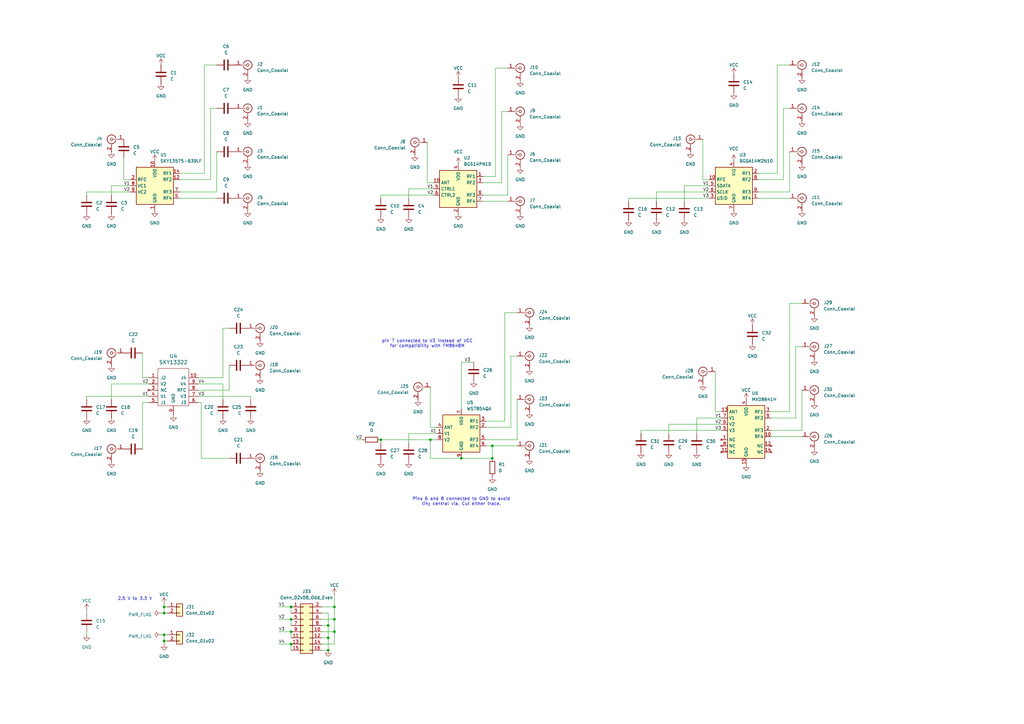
<source format=kicad_sch>
(kicad_sch (version 20231120) (generator "eeschema") (generator_version "8.0")
  (paper "A3")
  (title_block (title "${TITLE}") (date "${DATE}") (rev "${VERSION}") (company "${COPYRIGHT}") (comment 1 "${LICENSE}"))
  (lib_symbols
    (symbol "Connector:Conn_Coaxial" (pin_names (offset 1.016) hide)
      (property "Reference" "J" (at 0.254 3.048 0))
      (property "Value" "Conn_Coaxial" (at 2.921 0 90))
      (symbol "Conn_Coaxial_1_1"
        (pin passive line (at -5.08 0 0) (length 2.54) (name "In") (number "1"))
        (pin passive line (at 0 -5.08 90) (length 2.54) (name "Ext") (number "2"))
      )
    )
    (symbol "Connector_Generic:Conn_01x02" (pin_names (offset 1.016) hide)
      (property "Reference" "J" (at 0 2.54 0))
      (property "Value" "Conn_01x02" (at 0 -5.08 0))
      (symbol "Conn_01x02_1_1"
        (pin passive line (at -5.08 0 0) (length 3.81) (name "Pin_1") (number "1"))
        (pin passive line (at -5.08 -2.54 0) (length 3.81) (name "Pin_2") (number "2"))
      )
    )
    (symbol "Connector_Generic:Conn_02x08_Odd_Even" (pin_names (offset 1.016) hide)
      (property "Reference" "J" (at 1.27 10.16 0))
      (property "Value" "Conn_02x08_Odd_Even" (at 1.27 -12.7 0))
      (symbol "Conn_02x08_Odd_Even_1_1"
        (pin passive line (at -5.08 7.62 0) (length 3.81) (name "Pin_1") (number "1"))
        (pin passive line (at 7.62 -2.54 180) (length 3.81) (name "Pin_10") (number "10"))
        (pin passive line (at -5.08 -5.08 0) (length 3.81) (name "Pin_11") (number "11"))
        (pin passive line (at 7.62 -5.08 180) (length 3.81) (name "Pin_12") (number "12"))
        (pin passive line (at -5.08 -7.62 0) (length 3.81) (name "Pin_13") (number "13"))
        (pin passive line (at 7.62 -7.62 180) (length 3.81) (name "Pin_14") (number "14"))
        (pin passive line (at -5.08 -10.16 0) (length 3.81) (name "Pin_15") (number "15"))
        (pin passive line (at 7.62 -10.16 180) (length 3.81) (name "Pin_16") (number "16"))
        (pin passive line (at 7.62 7.62 180) (length 3.81) (name "Pin_2") (number "2"))
        (pin passive line (at -5.08 5.08 0) (length 3.81) (name "Pin_3") (number "3"))
        (pin passive line (at 7.62 5.08 180) (length 3.81) (name "Pin_4") (number "4"))
        (pin passive line (at -5.08 2.54 0) (length 3.81) (name "Pin_5") (number "5"))
        (pin passive line (at 7.62 2.54 180) (length 3.81) (name "Pin_6") (number "6"))
        (pin passive line (at -5.08 0 0) (length 3.81) (name "Pin_7") (number "7"))
        (pin passive line (at 7.62 0 180) (length 3.81) (name "Pin_8") (number "8"))
        (pin passive line (at -5.08 -2.54 0) (length 3.81) (name "Pin_9") (number "9"))
      )
    )
    (symbol "Device:C" (pin_numbers hide) (pin_names (offset 0.254))
      (property "Reference" "C" (at 0.635 2.54 0))
      (property "Value" "C" (at 0.635 -2.54 0))
      (symbol "C_1_1"
        (pin passive line (at 0 3.81 270) (length 2.794) (name "~") (number "1"))
        (pin passive line (at 0 -3.81 90) (length 2.794) (name "~") (number "2"))
      )
    )
    (symbol "Device:R" (pin_numbers hide) (pin_names (offset 0))
      (property "Reference" "R" (at 2.032 0 90))
      (property "Value" "R" (at 0 0 90))
      (symbol "R_1_1"
        (pin passive line (at 0 3.81 270) (length 1.27) (name "~") (number "1"))
        (pin passive line (at 0 -3.81 90) (length 1.27) (name "~") (number "2"))
      )
    )
    (symbol "RF_Switch:SKY13575-639LF"
      (property "Reference" "U" (at -6.35 8.89 0))
      (property "Value" "SKY13575-639LF" (at 10.16 8.89 0))
      (symbol "SKY13575-639LF_1_1"
        (pin power_in line (at 0 -10.16 90) (length 2.54) (name "GND") (number "1"))
        (pin power_in line (at 0 10.16 270) (length 2.54) (name "VDD") (number "10"))
        (pin passive line (at 0 -10.16 90) (length 2.54) hide (name "GND") (number "11"))
        (pin passive line (at 10.16 2.54 180) (length 2.54) (name "RF2") (number "12"))
        (pin passive line (at 0 -10.16 90) (length 2.54) hide (name "GND") (number "13"))
        (pin passive line (at 10.16 5.08 180) (length 2.54) (name "RF1") (number "14"))
        (pin passive line (at 0 -10.16 90) (length 2.54) hide (name "GND") (number "15"))
        (pin passive line (at -10.16 2.54 0) (length 2.54) (name "RFC") (number "2"))
        (pin passive line (at 0 -10.16 90) (length 2.54) hide (name "GND") (number "3"))
        (pin passive line (at 0 -10.16 90) (length 2.54) hide (name "GND") (number "4"))
        (pin passive line (at 10.16 -5.08 180) (length 2.54) (name "RF4") (number "5"))
        (pin passive line (at 0 -10.16 90) (length 2.54) hide (name "GND") (number "6"))
        (pin passive line (at 10.16 -2.54 180) (length 2.54) (name "RF3") (number "7"))
        (pin input line (at -10.16 0 0) (length 2.54) (name "VC1") (number "8"))
        (pin input line (at -10.16 -2.54 0) (length 2.54) (name "VC2") (number "9"))
      )
    )
    (symbol "eval:BGS14PN10"
      (property "Reference" "U" (at -6.35 8.89 0))
      (property "Value" "BGS14PN10" (at 10.16 8.89 0))
      (symbol "BGS14PN10_1_1"
        (pin passive line (at 10.16 5.08 180) (length 2.54) (name "RF1") (number "1"))
        (pin passive line (at -10.16 2.54 0) (length 2.54) (name "ANT") (number "10"))
        (pin power_in line (at 0 -10.16 90) (length 2.54) (name "GND") (number "2"))
        (pin passive line (at 10.16 2.54 180) (length 2.54) (name "RF2") (number "3"))
        (pin power_in line (at 0 10.16 270) (length 2.54) (name "VDD") (number "4"))
        (pin input line (at -10.16 0 0) (length 2.54) (name "CTRL1") (number "5"))
        (pin input line (at -10.16 -2.54 0) (length 2.54) (name "CTRL2") (number "6"))
        (pin passive line (at 10.16 -5.08 180) (length 2.54) (name "RF4") (number "7"))
        (pin passive line (at 0 -10.16 90) (length 2.54) hide (name "GND") (number "8"))
        (pin passive line (at 10.16 -2.54 180) (length 2.54) (name "RF3") (number "9"))
      )
    )
    (symbol "eval:BGSA14M2N10"
      (property "Reference" "U" (at -6.35 8.89 0))
      (property "Value" "BGSA14M2N10" (at 10.16 8.89 0))
      (symbol "BGSA14M2N10_1_1"
        (pin passive line (at 10.16 -5.08 180) (length 2.54) (name "RF4") (number "1"))
        (pin passive line (at -10.16 2.54 0) (length 2.54) (name "RFC") (number "10"))
        (pin passive line (at 10.16 5.08 180) (length 2.54) (name "RF1") (number "2"))
        (pin input line (at -10.16 -5.08 0) (length 2.54) (name "USID") (number "3"))
        (pin power_in line (at 0 10.16 270) (length 2.54) (name "VIO") (number "4"))
        (pin input line (at -10.16 0 0) (length 2.54) (name "SDATA") (number "5"))
        (pin input line (at -10.16 -2.54 0) (length 2.54) (name "SCLK") (number "6"))
        (pin power_in line (at 0 -10.16 90) (length 2.54) (name "GND") (number "7"))
        (pin passive line (at 10.16 2.54 180) (length 2.54) (name "RF2") (number "8"))
        (pin passive line (at 10.16 -2.54 180) (length 2.54) (name "RF3") (number "9"))
      )
    )
    (symbol "eval:MXD8641H"
      (property "Reference" "U" (at -6.35 8.89 0))
      (property "Value" "MXD8641H" (at 10.16 8.89 0))
      (symbol "MXD8641H_1_0"
        (pin no_connect line (at -10.16 -6.35 0) (length 2.54) (name "NC") (number "1"))
        (pin no_connect line (at -10.16 -11.43 0) (length 2.54) (name "NC") (number "11"))
        (pin no_connect line (at 10.16 -8.89 180) (length 2.54) (name "NC") (number "12"))
        (pin no_connect line (at 10.16 -11.43 180) (length 2.54) (name "NC") (number "14"))
        (pin no_connect line (at -10.16 -8.89 0) (length 2.54) (name "NC") (number "8"))
      )
      (symbol "MXD8641H_1_1"
        (pin passive line (at 10.16 -5.08 180) (length 2.54) (name "RF4") (number "10"))
        (pin passive line (at -10.16 5.08 0) (length 2.54) (name "ANT") (number "13"))
        (pin power_in line (at 0 -16.51 90) (length 2.54) (name "GND") (number "15"))
        (pin passive line (at 10.16 -2.54 180) (length 2.54) (name "RF3") (number "2"))
        (pin passive line (at 10.16 5.08 180) (length 2.54) (name "RF1") (number "3"))
        (pin power_in line (at 0 10.16 270) (length 2.54) (name "VDD") (number "4"))
        (pin input line (at -10.16 -2.54 0) (length 2.54) (name "V3") (number "5"))
        (pin input line (at -10.16 0 0) (length 2.54) (name "V2") (number "6"))
        (pin input line (at -10.16 2.54 0) (length 2.54) (name "V1") (number "7"))
        (pin passive line (at 10.16 2.54 180) (length 2.54) (name "RF2") (number "9"))
      )
    )
    (symbol "eval:WS7854QA"
      (property "Reference" "U" (at -6.35 8.89 0))
      (property "Value" "WS7854QA" (at 10.16 8.89 0))
      (symbol "WS7854QA_1_1"
        (pin input line (at -10.16 0 0) (length 2.54) (name "V1") (number "1"))
        (pin passive line (at 10.16 2.54 180) (length 2.54) (name "RF2") (number "2"))
        (pin passive line (at 10.16 5.08 180) (length 2.54) (name "RF1") (number "3"))
        (pin passive line (at -10.16 2.54 0) (length 2.54) (name "ANT") (number "4"))
        (pin passive line (at 10.16 -2.54 180) (length 2.54) (name "RF3") (number "5"))
        (pin passive line (at 10.16 -5.08 180) (length 2.54) (name "RF4") (number "6"))
        (pin power_in line (at 0 10.16 270) (length 2.54) (name "VDD") (number "7"))
        (pin input line (at -10.16 -2.54 0) (length 2.54) (name "V2") (number "8"))
        (pin power_in line (at 0 -10.16 90) (length 2.54) (name "GND") (number "9"))
      )
    )
    (symbol "gsg-symbols:SKY13322" (pin_names (offset 1.016))
      (property "Reference" "U" (at 0 0 0))
      (property "Value" "SKY13322" (at 0 6.35 0))
      (symbol "SKY13322_1_1"
        (pin power_in line (at 0 -11.43 90) (length 3.81) (name "GND") (number "0"))
        (pin bidirectional line (at -10.16 3.81 0) (length 3.81) (name "J2") (number "1"))
        (pin bidirectional line (at 10.16 3.81 180) (length 3.81) (name "J4") (number "10"))
        (pin input line (at -10.16 1.27 0) (length 3.81) (name "V2") (number "2"))
        (pin no_connect line (at -10.16 -1.27 0) (length 3.81) (name "NC") (number "3"))
        (pin input line (at -10.16 -3.81 0) (length 3.81) (name "V1") (number "4"))
        (pin bidirectional line (at -10.16 -6.35 0) (length 3.81) (name "J1") (number "5"))
        (pin bidirectional line (at 10.16 -6.35 180) (length 3.81) (name "J3") (number "6"))
        (pin input line (at 10.16 -3.81 180) (length 3.81) (name "V3") (number "7"))
        (pin bidirectional line (at 10.16 -1.27 180) (length 3.81) (name "RFC") (number "8"))
        (pin input line (at 10.16 1.27 180) (length 3.81) (name "V4") (number "9"))
      )
    )
    (symbol "power:GND" (power) (pin_numbers hide) (pin_names (offset 0) hide)
      (property "Value" "GND" (at 0 -3.81 0))
      (symbol "GND_1_1"
        (pin power_in line (at 0 0 270) (length 0) (name "~") (number "1"))
      )
    )
    (symbol "power:PWR_FLAG" (power) (pin_numbers hide) (pin_names (offset 0) hide)
      (property "Value" "PWR_FLAG" (at 0 3.81 0))
      (symbol "PWR_FLAG_0_0"
        (pin power_out line (at 0 0 90) (length 0) (name "~") (number "1"))
      )
    )
    (symbol "power:VCC" (power) (pin_numbers hide) (pin_names (offset 0) hide)
      (property "Value" "VCC" (at 0 3.556 0))
      (symbol "VCC_1_1"
        (pin power_in line (at 0 0 90) (length 0) (name "~") (number "1"))
      )
    )
  )
  (junction (at 119.38 254))
  (junction (at 137.16 254))
  (junction (at 201.93 182.88))
  (junction (at 137.16 248.92))
  (junction (at 176.53 180.34))
  (junction (at 156.21 180.34))
  (junction (at 119.38 259.08))
  (junction (at 137.16 259.08))
  (junction (at 67.31 262.89))
  (junction (at 201.93 187.96))
  (junction (at 134.62 266.7))
  (junction (at 119.38 248.92))
  (junction (at 134.62 261.62))
  (junction (at 67.31 248.92))
  (junction (at 189.23 187.96))
  (junction (at 67.31 251.46))
  (junction (at 119.38 264.16))
  (junction (at 134.62 256.54))
  (junction (at 67.31 260.35))
  (wire (pts (xy 208.28 80.01) (xy 208.28 63.5)))
  (wire (pts (xy 199.39 175.26) (xy 209.55 175.26)))
  (wire (pts (xy 132.08 248.92) (xy 137.16 248.92)))
  (wire (pts (xy 316.23 176.53) (xy 328.93 176.53)))
  (wire (pts (xy 114.3 264.16) (xy 119.38 264.16)))
  (wire (pts (xy 137.16 248.92) (xy 137.16 254)))
  (wire (pts (xy 199.39 182.88) (xy 201.93 182.88)))
  (wire (pts (xy 199.39 180.34) (xy 212.09 180.34)))
  (wire (pts (xy 88.9 78.74) (xy 88.9 62.23)))
  (wire (pts (xy 201.93 182.88) (xy 201.93 187.96)))
  (wire (pts (xy 326.39 142.24) (xy 328.93 142.24)))
  (wire (pts (xy 134.62 256.54) (xy 134.62 261.62)))
  (wire (pts (xy 176.53 175.26) (xy 179.07 175.26)))
  (wire (pts (xy 132.08 254) (xy 137.16 254)))
  (wire (pts (xy 321.31 44.45) (xy 323.85 44.45)))
  (wire (pts (xy 189.23 167.64) (xy 189.23 148.59)))
  (wire (pts (xy 91.44 157.48) (xy 81.28 157.48)))
  (wire (pts (xy 323.85 124.46) (xy 328.93 124.46)))
  (wire (pts (xy 132.08 259.08) (xy 137.16 259.08)))
  (wire (pts (xy 311.15 78.74) (xy 323.85 78.74)))
  (wire (pts (xy 86.36 73.66) (xy 73.66 73.66)))
  (wire (pts (xy 175.26 58.42) (xy 175.26 74.93)))
  (wire (pts (xy 58.42 154.94) (xy 60.96 154.94)))
  (wire (pts (xy 257.81 81.28) (xy 257.81 82.55)))
  (wire (pts (xy 198.12 74.93) (xy 205.74 74.93)))
  (wire (pts (xy 280.67 76.2) (xy 290.83 76.2)))
  (wire (pts (xy 323.85 168.91) (xy 323.85 124.46)))
  (wire (pts (xy 203.2 72.39) (xy 203.2 27.94)))
  (wire (pts (xy 35.56 78.74) (xy 35.56 80.01)))
  (wire (pts (xy 257.81 81.28) (xy 290.83 81.28)))
  (wire (pts (xy 35.56 259.08) (xy 35.56 260.35)))
  (wire (pts (xy 119.38 259.08) (xy 119.38 261.62)))
  (wire (pts (xy 67.31 251.46) (xy 68.58 251.46)))
  (wire (pts (xy 45.72 76.2) (xy 53.34 76.2)))
  (wire (pts (xy 189.23 187.96) (xy 201.93 187.96)))
  (wire (pts (xy 88.9 44.45) (xy 86.36 44.45)))
  (wire (pts (xy 198.12 82.55) (xy 208.28 82.55)))
  (wire (pts (xy 35.56 162.56) (xy 60.96 162.56)))
  (wire (pts (xy 50.8 73.66) (xy 53.34 73.66)))
  (wire (pts (xy 167.64 177.8) (xy 179.07 177.8)))
  (wire (pts (xy 132.08 251.46) (xy 134.62 251.46)))
  (wire (pts (xy 274.32 173.99) (xy 295.91 173.99)))
  (wire (pts (xy 146.05 180.34) (xy 148.59 180.34)))
  (wire (pts (xy 176.53 180.34) (xy 176.53 187.96)))
  (wire (pts (xy 316.23 179.07) (xy 328.93 179.07)))
  (wire (pts (xy 67.31 260.35) (xy 68.58 260.35)))
  (wire (pts (xy 176.53 180.34) (xy 179.07 180.34)))
  (wire (pts (xy 81.28 165.1) (xy 82.55 165.1)))
  (wire (pts (xy 311.15 73.66) (xy 321.31 73.66)))
  (wire (pts (xy 119.38 254) (xy 119.38 256.54)))
  (wire (pts (xy 189.23 148.59) (xy 194.31 148.59)))
  (wire (pts (xy 134.62 251.46) (xy 134.62 256.54)))
  (wire (pts (xy 176.53 158.75) (xy 176.53 175.26)))
  (wire (pts (xy 156.21 180.34) (xy 176.53 180.34)))
  (wire (pts (xy 323.85 78.74) (xy 323.85 62.23)))
  (wire (pts (xy 311.15 81.28) (xy 323.85 81.28)))
  (wire (pts (xy 316.23 168.91) (xy 323.85 168.91)))
  (wire (pts (xy 67.31 248.92) (xy 68.58 248.92)))
  (wire (pts (xy 156.21 80.01) (xy 156.21 81.28)))
  (wire (pts (xy 132.08 261.62) (xy 134.62 261.62)))
  (wire (pts (xy 114.3 254) (xy 119.38 254)))
  (wire (pts (xy 328.93 176.53) (xy 328.93 160.02)))
  (wire (pts (xy 207.01 128.27) (xy 212.09 128.27)))
  (wire (pts (xy 288.29 73.66) (xy 290.83 73.66)))
  (wire (pts (xy 201.93 182.88) (xy 212.09 182.88)))
  (wire (pts (xy 280.67 76.2) (xy 280.67 82.55)))
  (wire (pts (xy 66.04 260.35) (xy 67.31 260.35)))
  (wire (pts (xy 207.01 172.72) (xy 207.01 128.27)))
  (wire (pts (xy 93.98 160.02) (xy 93.98 149.86)))
  (wire (pts (xy 132.08 256.54) (xy 134.62 256.54)))
  (wire (pts (xy 45.72 157.48) (xy 60.96 157.48)))
  (wire (pts (xy 73.66 71.12) (xy 83.82 71.12)))
  (wire (pts (xy 293.37 168.91) (xy 295.91 168.91)))
  (wire (pts (xy 91.44 134.62) (xy 93.98 134.62)))
  (wire (pts (xy 205.74 45.72) (xy 208.28 45.72)))
  (wire (pts (xy 67.31 264.16) (xy 67.31 262.89)))
  (wire (pts (xy 288.29 57.15) (xy 288.29 73.66)))
  (wire (pts (xy 274.32 173.99) (xy 274.32 177.8)))
  (wire (pts (xy 203.2 27.94) (xy 208.28 27.94)))
  (wire (pts (xy 198.12 72.39) (xy 203.2 72.39)))
  (wire (pts (xy 119.38 264.16) (xy 119.38 266.7)))
  (wire (pts (xy 58.42 184.15) (xy 58.42 165.1)))
  (wire (pts (xy 262.89 177.8) (xy 262.89 176.53)))
  (wire (pts (xy 35.56 162.56) (xy 35.56 163.83)))
  (wire (pts (xy 156.21 180.34) (xy 156.21 181.61)))
  (wire (pts (xy 316.23 171.45) (xy 326.39 171.45)))
  (wire (pts (xy 167.64 77.47) (xy 177.8 77.47)))
  (wire (pts (xy 167.64 77.47) (xy 167.64 81.28)))
  (wire (pts (xy 35.56 78.74) (xy 53.34 78.74)))
  (wire (pts (xy 102.87 162.56) (xy 102.87 163.83)))
  (wire (pts (xy 58.42 144.78) (xy 58.42 154.94)))
  (wire (pts (xy 67.31 248.92) (xy 67.31 251.46)))
  (wire (pts (xy 66.04 251.46) (xy 67.31 251.46)))
  (wire (pts (xy 321.31 73.66) (xy 321.31 44.45)))
  (wire (pts (xy 132.08 266.7) (xy 134.62 266.7)))
  (wire (pts (xy 198.12 80.01) (xy 208.28 80.01)))
  (wire (pts (xy 134.62 266.7) (xy 134.62 261.62)))
  (wire (pts (xy 156.21 80.01) (xy 177.8 80.01)))
  (wire (pts (xy 132.08 264.16) (xy 137.16 264.16)))
  (wire (pts (xy 50.8 64.77) (xy 50.8 73.66)))
  (wire (pts (xy 45.72 157.48) (xy 45.72 163.83)))
  (wire (pts (xy 212.09 180.34) (xy 212.09 163.83)))
  (wire (pts (xy 83.82 71.12) (xy 83.82 26.67)))
  (wire (pts (xy 35.56 250.19) (xy 35.56 251.46)))
  (wire (pts (xy 137.16 254) (xy 137.16 259.08)))
  (wire (pts (xy 119.38 248.92) (xy 119.38 251.46)))
  (wire (pts (xy 326.39 171.45) (xy 326.39 142.24)))
  (wire (pts (xy 137.16 264.16) (xy 137.16 259.08)))
  (wire (pts (xy 262.89 176.53) (xy 295.91 176.53)))
  (wire (pts (xy 67.31 262.89) (xy 67.31 260.35)))
  (wire (pts (xy 285.75 171.45) (xy 295.91 171.45)))
  (wire (pts (xy 137.16 243.84) (xy 137.16 248.92)))
  (wire (pts (xy 318.77 26.67) (xy 323.85 26.67)))
  (wire (pts (xy 199.39 172.72) (xy 207.01 172.72)))
  (wire (pts (xy 114.3 259.08) (xy 119.38 259.08)))
  (wire (pts (xy 311.15 71.12) (xy 318.77 71.12)))
  (wire (pts (xy 67.31 262.89) (xy 68.58 262.89)))
  (wire (pts (xy 83.82 26.67) (xy 88.9 26.67)))
  (wire (pts (xy 269.24 78.74) (xy 290.83 78.74)))
  (wire (pts (xy 58.42 165.1) (xy 60.96 165.1)))
  (wire (pts (xy 285.75 171.45) (xy 285.75 177.8)))
  (wire (pts (xy 82.55 187.96) (xy 93.98 187.96)))
  (wire (pts (xy 81.28 154.94) (xy 91.44 154.94)))
  (wire (pts (xy 102.87 162.56) (xy 81.28 162.56)))
  (wire (pts (xy 81.28 160.02) (xy 93.98 160.02)))
  (wire (pts (xy 73.66 81.28) (xy 88.9 81.28)))
  (wire (pts (xy 91.44 157.48) (xy 91.44 163.83)))
  (wire (pts (xy 114.3 248.92) (xy 119.38 248.92)))
  (wire (pts (xy 318.77 71.12) (xy 318.77 26.67)))
  (wire (pts (xy 209.55 175.26) (xy 209.55 146.05)))
  (wire (pts (xy 209.55 146.05) (xy 212.09 146.05)))
  (wire (pts (xy 205.74 74.93) (xy 205.74 45.72)))
  (wire (pts (xy 167.64 177.8) (xy 167.64 181.61)))
  (wire (pts (xy 175.26 74.93) (xy 177.8 74.93)))
  (wire (pts (xy 45.72 76.2) (xy 45.72 80.01)))
  (wire (pts (xy 73.66 78.74) (xy 88.9 78.74)))
  (wire (pts (xy 91.44 154.94) (xy 91.44 134.62)))
  (wire (pts (xy 67.31 247.65) (xy 67.31 248.92)))
  (wire (pts (xy 269.24 78.74) (xy 269.24 82.55)))
  (wire (pts (xy 86.36 44.45) (xy 86.36 73.66)))
  (wire (pts (xy 176.53 187.96) (xy 189.23 187.96)))
  (wire (pts (xy 82.55 165.1) (xy 82.55 187.96)))
  (wire (pts (xy 293.37 152.4) (xy 293.37 168.91)))
  (text "2.5 V to 3.3 V" (at 48.26 246.38 0) (effects (font (size 1.27 1.27)) (justify left bottom)))
  (text "pin 7 connected to V3 instead of VCC\nfor compatibility with FM8648M" (at 175.26 140.97 0) (effects (font (size 1.27 1.27))))
  (text "Pins 6 and 8 connected to GND to avoid\ntiny central via. Cut either trace." (at 189.23 205.74 0) (effects (font (size 1.27 1.27))))
  (label "V2" (at 293.37 173.99 0))
  (label "V2" (at 50.8 78.74 0))
  (label "V3" (at 293.37 176.53 0))
  (label "V1" (at 114.3 248.92 0))
  (label "V2" (at 58.42 157.48 0))
  (label "V1" (at 176.53 177.8 0))
  (label "V1" (at 58.42 162.56 0))
  (label "V1" (at 288.29 76.2 0))
  (label "V1" (at 293.37 171.45 0))
  (label "V4" (at 83.82 157.48 180))
  (label "V3" (at 288.29 81.28 0))
  (label "V3" (at 190.5 148.59 0))
  (label "V3" (at 114.3 259.08 0))
  (label "V4" (at 114.3 264.16 0))
  (label "V2" (at 175.26 80.01 0))
  (label "V2" (at 288.29 78.74 0))
  (label "V1" (at 50.8 76.2 0))
  (label "V2" (at 146.05 180.34 0))
  (label "V3" (at 83.82 162.56 180))
  (label "V1" (at 175.26 77.47 0))
  (label "V2" (at 114.3 254 0))
  (symbol (lib_id "Device:C") (at 54.61 144.78 270) (unit 1)
    (property "Reference" "C22" (at 54.61 137.16 90))
    (property "Value" "C" (at 54.61 139.7 90))
    (property "Footprint" "Capacitor_SMD:C_0201_0603Metric" (effects (hide yes)))
  )
  (symbol (lib_id "power:GND") (at 194.31 156.21 0) (unit 1)
    (property "Reference" "#PWR044" (effects (hide yes)))
    (property "Value" "GND" (at 194.31 161.29 0))
  )
  (symbol (lib_id "Device:C") (at 45.72 167.64 0) (unit 1)
    (property "Reference" "C18" (at 49.53 167.005 0) (effects (justify left)))
    (property "Value" "C" (at 49.53 169.545 0) (effects (justify left)))
    (property "Footprint" "Capacitor_SMD:C_0201_0603Metric" (effects (hide yes)))
  )
  (symbol (lib_id "Connector:Conn_Coaxial") (at 213.36 27.94 0) (unit 1)
    (property "Reference" "J10" (at 217.17 27.5982 0) (effects (justify left)))
    (property "Value" "Conn_Coaxial" (at 217.17 30.1382 0) (effects (justify left)))
    (property "Footprint" "sma-variants:Linx_SMA_CONSMA003.062" (effects (hide yes)))
  )
  (symbol (lib_id "power:GND") (at 101.6 31.75 0) (mirror y) (unit 1)
    (property "Reference" "#PWR02" (effects (hide yes)))
    (property "Value" "GND" (at 101.6 36.83 0))
  )
  (symbol (lib_id "Connector:Conn_Coaxial") (at 217.17 163.83 0) (unit 1)
    (property "Reference" "J23" (at 220.98 163.4882 0) (effects (justify left)))
    (property "Value" "Conn_Coaxial" (at 220.98 166.0282 0) (effects (justify left)))
    (property "Footprint" "sma-variants:Linx_SMA_CONSMA003.062" (effects (hide yes)))
  )
  (symbol (lib_id "Connector_Generic:Conn_01x02") (at 73.66 248.92 0) (unit 1)
    (property "Reference" "J31" (at 76.2 248.9199 0) (effects (justify left)))
    (property "Value" "Conn_01x02" (at 76.2 251.4599 0) (effects (justify left)))
    (property "Footprint" "Connector_PinHeader_2.54mm:PinHeader_1x02_P2.54mm_Vertical" (effects (hide yes)))
  )
  (symbol (lib_id "Device:C") (at 194.31 152.4 0) (unit 1)
    (property "Reference" "C26" (at 198.12 151.765 0) (effects (justify left)))
    (property "Value" "C" (at 198.12 154.305 0) (effects (justify left)))
    (property "Footprint" "Capacitor_SMD:C_0201_0603Metric" (effects (hide yes)))
  )
  (symbol (lib_id "Connector:Conn_Coaxial") (at 334.01 160.02 0) (unit 1)
    (property "Reference" "J30" (at 337.82 159.6782 0) (effects (justify left)))
    (property "Value" "Conn_Coaxial" (at 337.82 162.2182 0) (effects (justify left)))
    (property "Footprint" "sma-variants:Linx_SMA_CONSMA003.062" (effects (hide yes)))
  )
  (symbol (lib_id "power:GND") (at 334.01 184.15 0) (mirror y) (unit 1)
    (property "Reference" "#PWR068" (effects (hide yes)))
    (property "Value" "GND" (at 334.01 189.23 0))
  )
  (symbol (lib_id "power:GND") (at 328.93 86.36 0) (mirror y) (unit 1)
    (property "Reference" "#PWR039" (effects (hide yes)))
    (property "Value" "GND" (at 328.93 91.44 0))
  )
  (symbol (lib_id "Connector:Conn_Coaxial") (at 334.01 142.24 0) (unit 1)
    (property "Reference" "J27" (at 337.82 141.8982 0) (effects (justify left)))
    (property "Value" "Conn_Coaxial" (at 337.82 144.4382 0) (effects (justify left)))
    (property "Footprint" "sma-variants:Linx_SMA_CONSMA003.062" (effects (hide yes)))
  )
  (symbol (lib_id "power:GND") (at 67.31 264.16 0) (unit 1)
    (property "Reference" "#PWR033" (effects (hide yes)))
    (property "Value" "GND" (at 67.31 269.24 0))
  )
  (symbol (lib_id "Connector:Conn_Coaxial") (at 217.17 128.27 0) (unit 1)
    (property "Reference" "J24" (at 220.98 127.9282 0) (effects (justify left)))
    (property "Value" "Conn_Coaxial" (at 220.98 130.4682 0) (effects (justify left)))
    (property "Footprint" "sma-variants:Linx_SMA_CONSMA003.062" (effects (hide yes)))
  )
  (symbol (lib_id "power:VCC") (at 308.61 133.35 0) (unit 1)
    (property "Reference" "#PWR069" (effects (hide yes)))
    (property "Value" "VCC" (at 308.61 129.54 0))
  )
  (symbol (lib_id "power:GND") (at 45.72 87.63 0) (unit 1)
    (property "Reference" "#PWR010" (effects (hide yes)))
    (property "Value" "GND" (at 45.72 92.71 0))
  )
  (symbol (lib_id "Connector:Conn_Coaxial") (at 171.45 158.75 0) (mirror y) (unit 1)
    (property "Reference" "J25" (at 167.64 158.4082 0) (effects (justify left)))
    (property "Value" "Conn_Coaxial" (at 167.64 160.9482 0) (effects (justify left)))
    (property "Footprint" "sma-variants:Linx_SMA_CONSMA003.062" (effects (hide yes)))
  )
  (symbol (lib_id "power:GND") (at 171.45 163.83 0) (mirror y) (unit 1)
    (property "Reference" "#PWR054" (effects (hide yes)))
    (property "Value" "GND" (at 171.45 168.91 0))
  )
  (symbol (lib_id "Device:C") (at 300.99 34.29 0) (unit 1)
    (property "Reference" "C14" (at 304.8 33.655 0) (effects (justify left)))
    (property "Value" "C" (at 304.8 36.195 0) (effects (justify left)))
    (property "Footprint" "Capacitor_SMD:C_0201_0603Metric" (effects (hide yes)))
  )
  (symbol (lib_id "Device:R") (at 201.93 191.77 0) (unit 1)
    (property "Reference" "R1" (at 204.47 190.4999 0) (effects (justify left)))
    (property "Value" "0" (at 204.47 193.0399 0) (effects (justify left)))
    (property "Footprint" "Resistor_SMD:R_0201_0603Metric" (effects (hide yes)))
    (property "Description" "Resistor" (effects (hide yes)))
  )
  (symbol (lib_id "power:GND") (at 66.04 34.29 0) (unit 1)
    (property "Reference" "#PWR05" (effects (hide yes)))
    (property "Value" "GND" (at 66.04 39.37 0))
  )
  (symbol (lib_id "Connector:Conn_Coaxial") (at 328.93 26.67 0) (unit 1)
    (property "Reference" "J12" (at 332.74 26.3282 0) (effects (justify left)))
    (property "Value" "Conn_Coaxial" (at 332.74 28.8682 0) (effects (justify left)))
    (property "Footprint" "sma-variants:Linx_SMA_CONSMA003.062" (effects (hide yes)))
  )
  (symbol (lib_id "power:GND") (at 35.56 87.63 0) (unit 1)
    (property "Reference" "#PWR08" (effects (hide yes)))
    (property "Value" "GND" (at 35.56 92.71 0))
  )
  (symbol (lib_id "power:GND") (at 170.18 63.5 0) (mirror y) (unit 1)
    (property "Reference" "#PWR017" (effects (hide yes)))
    (property "Value" "GND" (at 170.18 68.58 0))
  )
  (symbol (lib_id "power:GND") (at 334.01 147.32 0) (mirror y) (unit 1)
    (property "Reference" "#PWR066" (effects (hide yes)))
    (property "Value" "GND" (at 334.01 152.4 0))
  )
  (symbol (lib_id "Connector:Conn_Coaxial") (at 328.93 81.28 0) (unit 1)
    (property "Reference" "J11" (at 332.74 80.9382 0) (effects (justify left)))
    (property "Value" "Conn_Coaxial" (at 332.74 83.4782 0) (effects (justify left)))
    (property "Footprint" "sma-variants:Linx_SMA_CONSMA003.062" (effects (hide yes)))
  )
  (symbol (lib_id "power:GND") (at 106.68 193.04 0) (mirror y) (unit 1)
    (property "Reference" "#PWR048" (effects (hide yes)))
    (property "Value" "GND" (at 106.68 198.12 0))
  )
  (symbol (lib_id "power:GND") (at 213.36 87.63 0) (mirror y) (unit 1)
    (property "Reference" "#PWR022" (effects (hide yes)))
    (property "Value" "GND" (at 213.36 92.71 0))
  )
  (symbol (lib_id "power:GND") (at 102.87 171.45 0) (mirror y) (unit 1)
    (property "Reference" "#PWR052" (effects (hide yes)))
    (property "Value" "GND" (at 102.87 176.53 0))
  )
  (symbol (lib_id "power:GND") (at 308.61 140.97 0) (unit 1)
    (property "Reference" "#PWR070" (effects (hide yes)))
    (property "Value" "GND" (at 308.61 146.05 0))
  )
  (symbol (lib_id "eval:MXD8641H") (at 306.07 173.99 0) (unit 1)
    (property "Reference" "U6" (at 308.2641 161.29 0) (effects (justify left)))
    (property "Value" "MXD8641H" (at 308.2641 163.83 0) (effects (justify left)))
    (property "Footprint" "eval:SKY13414" (effects (hide yes)))
    (property "Datasheet" "https://www.lcsc.com/datasheet/lcsc_datasheet_1912111437_Maxscend-MXD8641H_C285560.pdf" (effects (hide yes)))
    (property "Description" "SP4T high linearity, high power RF Switch, MIPI RFFE interface" (effects (hide yes)))
  )
  (symbol (lib_id "Device:C") (at 50.8 60.96 0) (unit 1)
    (property "Reference" "C5" (at 54.61 60.325 0) (effects (justify left)))
    (property "Value" "C" (at 54.61 62.865 0) (effects (justify left)))
    (property "Footprint" "Capacitor_SMD:C_0201_0603Metric" (effects (hide yes)))
  )
  (symbol (lib_id "power:VCC") (at 137.16 243.84 0) (unit 1)
    (property "Reference" "#PWR035" (effects (hide yes)))
    (property "Value" "VCC" (at 137.16 240.03 0))
  )
  (symbol (lib_id "Device:C") (at 54.61 184.15 90) (unit 1)
    (property "Reference" "C19" (at 54.61 176.53 90))
    (property "Value" "C" (at 54.61 179.07 90))
    (property "Footprint" "Capacitor_SMD:C_0201_0603Metric" (effects (hide yes)))
  )
  (symbol (lib_id "power:GND") (at 328.93 49.53 0) (mirror y) (unit 1)
    (property "Reference" "#PWR036" (effects (hide yes)))
    (property "Value" "GND" (at 328.93 54.61 0))
  )
  (symbol (lib_id "power:GND") (at 63.5 86.36 0) (unit 1)
    (property "Reference" "#PWR06" (effects (hide yes)))
    (property "Value" "GND" (at 63.5 91.44 0))
  )
  (symbol (lib_id "eval:BGSA14M2N10") (at 300.99 76.2 0) (unit 1)
    (property "Reference" "U3" (at 303.1841 63.5 0) (effects (justify left)))
    (property "Value" "BGSA14M2N10" (at 303.1841 66.04 0) (effects (justify left)))
    (property "Footprint" "eval:TSNP-10-10" (effects (hide yes)))
    (property "Datasheet" "https://www.infineon.com/dgdl/Infineon-BGSA14M2N10-DataSheet-v02_00-EN.pdf?fileId=8ac78c8c7e7124d1017ef8b65f3f5c09" (effects (hide yes)))
    (property "Description" "SP4T high linearity, high power RF Switch, MIPI RFFE interface" (effects (hide yes)))
  )
  (symbol (lib_id "power:GND") (at 213.36 50.8 0) (unit 1)
    (property "Reference" "#PWR016" (effects (hide yes)))
    (property "Value" "GND" (at 213.36 55.88 0))
  )
  (symbol (lib_id "power:GND") (at 306.07 190.5 0) (unit 1)
    (property "Reference" "#PWR063" (effects (hide yes)))
    (property "Value" "GND" (at 306.07 195.58 0))
    (property "Description" "Power symbol creates a global label with name \"GND\" , ground" (effects (hide yes)))
  )
  (symbol (lib_id "power:PWR_FLAG") (at 66.04 251.46 90) (unit 1)
    (property "Reference" "#FLG01" (effects (hide yes)))
    (property "Value" "PWR_FLAG" (at 62.23 252.095 90) (effects (justify left)))
  )
  (symbol (lib_id "power:GND") (at 257.81 90.17 0) (unit 1)
    (property "Reference" "#PWR040" (effects (hide yes)))
    (property "Value" "GND" (at 257.81 95.25 0))
  )
  (symbol (lib_id "Connector:Conn_Coaxial") (at 334.01 179.07 0) (unit 1)
    (property "Reference" "J26" (at 337.82 178.7282 0) (effects (justify left)))
    (property "Value" "Conn_Coaxial" (at 337.82 181.2682 0) (effects (justify left)))
    (property "Footprint" "sma-variants:Linx_SMA_CONSMA003.062" (effects (hide yes)))
  )
  (symbol (lib_id "power:GND") (at 167.64 88.9 0) (mirror y) (unit 1)
    (property "Reference" "#PWR012" (effects (hide yes)))
    (property "Value" "GND" (at 167.64 93.98 0))
  )
  (symbol (lib_id "power:GND") (at 167.64 189.23 0) (mirror y) (unit 1)
    (property "Reference" "#PWR047" (effects (hide yes)))
    (property "Value" "GND" (at 167.64 194.31 0))
  )
  (symbol (lib_id "Connector:Conn_Coaxial") (at 101.6 81.28 0) (unit 1)
    (property "Reference" "J5" (at 105.41 80.9382 0) (effects (justify left)))
    (property "Value" "Conn_Coaxial" (at 105.41 83.4782 0) (effects (justify left)))
    (property "Footprint" "sma-variants:Linx_SMA_CONSMA003.062" (effects (hide yes)))
  )
  (symbol (lib_id "Device:C") (at 97.79 149.86 90) (mirror x) (unit 1)
    (property "Reference" "C23" (at 97.79 142.24 90))
    (property "Value" "C" (at 97.79 144.78 90))
    (property "Footprint" "Capacitor_SMD:C_0201_0603Metric" (effects (hide yes)))
  )
  (symbol (lib_id "power:GND") (at 300.99 38.1 0) (unit 1)
    (property "Reference" "#PWR027" (effects (hide yes)))
    (property "Value" "GND" (at 300.99 43.18 0))
  )
  (symbol (lib_id "Device:C") (at 308.61 137.16 0) (unit 1)
    (property "Reference" "C32" (at 312.42 136.525 0) (effects (justify left)))
    (property "Value" "C" (at 312.42 139.065 0) (effects (justify left)))
    (property "Footprint" "Capacitor_SMD:C_0201_0603Metric" (effects (hide yes)))
  )
  (symbol (lib_id "power:VCC") (at 300.99 30.48 0) (unit 1)
    (property "Reference" "#PWR026" (effects (hide yes)))
    (property "Value" "VCC" (at 300.99 26.67 0))
  )
  (symbol (lib_id "Device:C") (at 280.67 86.36 0) (unit 1)
    (property "Reference" "C13" (at 284.48 85.725 0) (effects (justify left)))
    (property "Value" "C" (at 284.48 88.265 0) (effects (justify left)))
    (property "Footprint" "Capacitor_SMD:C_0201_0603Metric" (effects (hide yes)))
  )
  (symbol (lib_id "power:GND") (at 283.21 62.23 0) (mirror y) (unit 1)
    (property "Reference" "#PWR037" (effects (hide yes)))
    (property "Value" "GND" (at 283.21 67.31 0))
  )
  (symbol (lib_id "power:GND") (at 334.01 129.54 0) (unit 1)
    (property "Reference" "#PWR065" (effects (hide yes)))
    (property "Value" "GND" (at 334.01 134.62 0))
  )
  (symbol (lib_id "power:GND") (at 334.01 165.1 0) (mirror y) (unit 1)
    (property "Reference" "#PWR067" (effects (hide yes)))
    (property "Value" "GND" (at 334.01 170.18 0))
  )
  (symbol (lib_id "Connector:Conn_Coaxial") (at 213.36 82.55 0) (unit 1)
    (property "Reference" "J7" (at 217.17 82.2082 0) (effects (justify left)))
    (property "Value" "Conn_Coaxial" (at 217.17 84.7482 0) (effects (justify left)))
    (property "Footprint" "sma-variants:Linx_SMA_CONSMA003.062" (effects (hide yes)))
  )
  (symbol (lib_id "Connector:Conn_Coaxial") (at 106.68 134.62 0) (unit 1)
    (property "Reference" "J20" (at 110.49 134.2782 0) (effects (justify left)))
    (property "Value" "Conn_Coaxial" (at 110.49 136.8182 0) (effects (justify left)))
    (property "Footprint" "sma-variants:Linx_SMA_CONSMA003.062" (effects (hide yes)))
  )
  (symbol (lib_id "power:GND") (at 91.44 171.45 0) (unit 1)
    (property "Reference" "#PWR053" (effects (hide yes)))
    (property "Value" "GND" (at 91.44 176.53 0))
  )
  (symbol (lib_id "power:PWR_FLAG") (at 66.04 260.35 90) (unit 1)
    (property "Reference" "#FLG02" (effects (hide yes)))
    (property "Value" "PWR_FLAG" (at 62.23 260.985 90) (effects (justify left)))
  )
  (symbol (lib_id "power:GND") (at 217.17 187.96 0) (mirror y) (unit 1)
    (property "Reference" "#PWR062" (effects (hide yes)))
    (property "Value" "GND" (at 217.17 193.04 0))
  )
  (symbol (lib_id "power:GND") (at 106.68 154.94 0) (mirror y) (unit 1)
    (property "Reference" "#PWR050" (effects (hide yes)))
    (property "Value" "GND" (at 106.68 160.02 0))
  )
  (symbol (lib_id "Connector:Conn_Coaxial") (at 334.01 124.46 0) (unit 1)
    (property "Reference" "J29" (at 337.82 124.1182 0) (effects (justify left)))
    (property "Value" "Conn_Coaxial" (at 337.82 126.6582 0) (effects (justify left)))
    (property "Footprint" "sma-variants:Linx_SMA_CONSMA003.062" (effects (hide yes)))
  )
  (symbol (lib_id "Device:C") (at 156.21 185.42 0) (unit 1)
    (property "Reference" "C27" (at 160.02 184.785 0) (effects (justify left)))
    (property "Value" "C" (at 160.02 187.325 0) (effects (justify left)))
    (property "Footprint" "Capacitor_SMD:C_0201_0603Metric" (effects (hide yes)))
  )
  (symbol (lib_id "Device:C") (at 269.24 86.36 0) (unit 1)
    (property "Reference" "C12" (at 273.05 85.725 0) (effects (justify left)))
    (property "Value" "C" (at 273.05 88.265 0) (effects (justify left)))
    (property "Footprint" "Capacitor_SMD:C_0201_0603Metric" (effects (hide yes)))
  )
  (symbol (lib_id "gsg-symbols:SKY13322") (at 71.12 158.75 0) (unit 1)
    (property "Reference" "U4" (at 71.12 146.05 0) (effects (font (size 1.524 1.524))))
    (property "Value" "SKY13322" (at 71.12 148.59 0) (effects (font (size 1.524 1.524))))
    (property "Footprint" "eval:SKY13322-375LF" (effects (hide yes)))
  )
  (symbol (lib_id "Device:C") (at 92.71 26.67 90) (unit 1)
    (property "Reference" "C6" (at 92.71 19.05 90))
    (property "Value" "C" (at 92.71 21.59 90))
    (property "Footprint" "Capacitor_SMD:C_0201_0603Metric" (effects (hide yes)))
  )
  (symbol (lib_id "Device:C") (at 35.56 167.64 0) (unit 1)
    (property "Reference" "C17" (at 39.37 167.005 0) (effects (justify left)))
    (property "Value" "C" (at 39.37 169.545 0) (effects (justify left)))
    (property "Footprint" "Capacitor_SMD:C_0201_0603Metric" (effects (hide yes)))
  )
  (symbol (lib_id "Device:C") (at 167.64 85.09 0) (unit 1)
    (property "Reference" "C4" (at 171.45 84.455 0) (effects (justify left)))
    (property "Value" "C" (at 171.45 86.995 0) (effects (justify left)))
    (property "Footprint" "Capacitor_SMD:C_0201_0603Metric" (effects (hide yes)))
  )
  (symbol (lib_id "power:GND") (at 213.36 33.02 0) (mirror y) (unit 1)
    (property "Reference" "#PWR013" (effects (hide yes)))
    (property "Value" "GND" (at 213.36 38.1 0))
  )
  (symbol (lib_id "power:GND") (at 71.12 170.18 0) (unit 1)
    (property "Reference" "#PWR045" (effects (hide yes)))
    (property "Value" "GND" (at 71.12 175.26 0))
  )
  (symbol (lib_id "Device:C") (at 257.81 86.36 0) (unit 1)
    (property "Reference" "C16" (at 261.62 85.725 0) (effects (justify left)))
    (property "Value" "C" (at 261.62 88.265 0) (effects (justify left)))
    (property "Footprint" "Capacitor_SMD:C_0201_0603Metric" (effects (hide yes)))
  )
  (symbol (lib_id "power:GND") (at 35.56 171.45 0) (unit 1)
    (property "Reference" "#PWR041" (effects (hide yes)))
    (property "Value" "GND" (at 35.56 176.53 0))
  )
  (symbol (lib_id "Connector:Conn_Coaxial") (at 288.29 152.4 0) (mirror y) (unit 1)
    (property "Reference" "J28" (at 284.48 152.0582 0) (effects (justify left)))
    (property "Value" "Conn_Coaxial" (at 284.48 154.5982 0) (effects (justify left)))
    (property "Footprint" "sma-variants:Linx_SMA_CONSMA003.062" (effects (hide yes)))
  )
  (symbol (lib_id "power:GND") (at 45.72 62.23 0) (mirror y) (unit 1)
    (property "Reference" "#PWR09" (effects (hide yes)))
    (property "Value" "GND" (at 45.72 67.31 0))
  )
  (symbol (lib_id "Device:C") (at 92.71 62.23 90) (mirror x) (unit 1)
    (property "Reference" "C8" (at 92.71 54.61 90))
    (property "Value" "C" (at 92.71 57.15 90))
    (property "Footprint" "Capacitor_SMD:C_0201_0603Metric" (effects (hide yes)))
  )
  (symbol (lib_id "power:GND") (at 288.29 157.48 0) (mirror y) (unit 1)
    (property "Reference" "#PWR057" (effects (hide yes)))
    (property "Value" "GND" (at 288.29 162.56 0))
  )
  (symbol (lib_id "power:GND") (at 156.21 88.9 0) (unit 1)
    (property "Reference" "#PWR018" (effects (hide yes)))
    (property "Value" "GND" (at 156.21 93.98 0))
  )
  (symbol (lib_id "Device:C") (at 285.75 181.61 0) (unit 1)
    (property "Reference" "C30" (at 289.56 180.975 0) (effects (justify left)))
    (property "Value" "C" (at 289.56 183.515 0) (effects (justify left)))
    (property "Footprint" "Capacitor_SMD:C_0201_0603Metric" (effects (hide yes)))
  )
  (symbol (lib_id "Device:C") (at 92.71 44.45 90) (mirror x) (unit 1)
    (property "Reference" "C7" (at 92.71 36.83 90))
    (property "Value" "C" (at 92.71 39.37 90))
    (property "Footprint" "Capacitor_SMD:C_0201_0603Metric" (effects (hide yes)))
  )
  (symbol (lib_id "power:GND") (at 280.67 90.17 0) (mirror y) (unit 1)
    (property "Reference" "#PWR024" (effects (hide yes)))
    (property "Value" "GND" (at 280.67 95.25 0))
  )
  (symbol (lib_id "power:VCC") (at 66.04 26.67 0) (unit 1)
    (property "Reference" "#PWR04" (effects (hide yes)))
    (property "Value" "VCC" (at 66.04 22.86 0))
  )
  (symbol (lib_id "power:GND") (at 328.93 67.31 0) (mirror y) (unit 1)
    (property "Reference" "#PWR038" (effects (hide yes)))
    (property "Value" "GND" (at 328.93 72.39 0))
  )
  (symbol (lib_id "Connector:Conn_Coaxial") (at 283.21 57.15 0) (mirror y) (unit 1)
    (property "Reference" "J13" (at 279.4 56.8082 0) (effects (justify left)))
    (property "Value" "Conn_Coaxial" (at 279.4 59.3482 0) (effects (justify left)))
    (property "Footprint" "sma-variants:Linx_SMA_CONSMA003.062" (effects (hide yes)))
  )
  (symbol (lib_id "Device:C") (at 102.87 167.64 0) (mirror y) (unit 1)
    (property "Reference" "C25" (at 99.06 167.005 0) (effects (justify left)))
    (property "Value" "C" (at 99.06 169.545 0) (effects (justify left)))
    (property "Footprint" "Capacitor_SMD:C_0201_0603Metric" (effects (hide yes)))
  )
  (symbol (lib_id "Device:C") (at 262.89 181.61 0) (unit 1)
    (property "Reference" "C31" (at 266.7 180.975 0) (effects (justify left)))
    (property "Value" "C" (at 266.7 183.515 0) (effects (justify left)))
    (property "Footprint" "Capacitor_SMD:C_0201_0603Metric" (effects (hide yes)))
  )
  (symbol (lib_id "power:VCC") (at 187.96 31.75 0) (unit 1)
    (property "Reference" "#PWR019" (effects (hide yes)))
    (property "Value" "VCC" (at 187.96 27.94 0))
  )
  (symbol (lib_id "Device:C") (at 45.72 83.82 0) (unit 1)
    (property "Reference" "C3" (at 49.53 83.185 0) (effects (justify left)))
    (property "Value" "C" (at 49.53 85.725 0) (effects (justify left)))
    (property "Footprint" "Capacitor_SMD:C_0201_0603Metric" (effects (hide yes)))
  )
  (symbol (lib_id "Connector:Conn_Coaxial") (at 106.68 149.86 0) (unit 1)
    (property "Reference" "J18" (at 110.49 149.5182 0) (effects (justify left)))
    (property "Value" "Conn_Coaxial" (at 110.49 152.0582 0) (effects (justify left)))
    (property "Footprint" "sma-variants:Linx_SMA_CONSMA003.062" (effects (hide yes)))
  )
  (symbol (lib_id "power:GND") (at 213.36 68.58 0) (mirror y) (unit 1)
    (property "Reference" "#PWR021" (effects (hide yes)))
    (property "Value" "GND" (at 213.36 73.66 0))
  )
  (symbol (lib_id "power:GND") (at 101.6 86.36 0) (mirror y) (unit 1)
    (property "Reference" "#PWR011" (effects (hide yes)))
    (property "Value" "GND" (at 101.6 91.44 0))
  )
  (symbol (lib_id "power:GND") (at 328.93 31.75 0) (unit 1)
    (property "Reference" "#PWR025" (effects (hide yes)))
    (property "Value" "GND" (at 328.93 36.83 0))
  )
  (symbol (lib_id "Device:C") (at 187.96 35.56 0) (unit 1)
    (property "Reference" "C11" (at 191.77 34.925 0) (effects (justify left)))
    (property "Value" "C" (at 191.77 37.465 0) (effects (justify left)))
    (property "Footprint" "Capacitor_SMD:C_0201_0603Metric" (effects (hide yes)))
  )
  (symbol (lib_id "Device:C") (at 156.21 85.09 0) (unit 1)
    (property "Reference" "C10" (at 160.02 84.455 0) (effects (justify left)))
    (property "Value" "C" (at 160.02 86.995 0) (effects (justify left)))
    (property "Footprint" "Capacitor_SMD:C_0201_0603Metric" (effects (hide yes)))
  )
  (symbol (lib_id "eval:WS7854QA") (at 189.23 177.8 0) (unit 1)
    (property "Reference" "U5" (at 191.4241 165.1 0) (effects (justify left)))
    (property "Value" "WS7854QA" (at 191.4241 167.64 0) (effects (justify left)))
    (property "Footprint" "eval:TSNP-9-3" (effects (hide yes)))
    (property "Datasheet" "https://www.lcsc.com/datasheet/lcsc_datasheet_2409272232_WILLSEMI-Will-Semicon-WS7854QA-9-TR_C2941912.pdf" (effects (hide yes)))
    (property "Description" "0.1GHz – 5GHz SP4T Antenna Switch" (effects (hide yes)))
  )
  (symbol (lib_id "Connector:Conn_Coaxial") (at 217.17 182.88 0) (unit 1)
    (property "Reference" "J21" (at 220.98 182.5382 0) (effects (justify left)))
    (property "Value" "Conn_Coaxial" (at 220.98 185.0782 0) (effects (justify left)))
    (property "Footprint" "sma-variants:Linx_SMA_CONSMA003.062" (effects (hide yes)))
  )
  (symbol (lib_id "power:GND") (at 101.6 67.31 0) (mirror y) (unit 1)
    (property "Reference" "#PWR03" (effects (hide yes)))
    (property "Value" "GND" (at 101.6 72.39 0))
  )
  (symbol (lib_id "Connector:Conn_Coaxial") (at 45.72 57.15 0) (mirror y) (unit 1)
    (property "Reference" "J4" (at 41.91 56.8082 0) (effects (justify left)))
    (property "Value" "Conn_Coaxial" (at 41.91 59.3482 0) (effects (justify left)))
    (property "Footprint" "sma-variants:Linx_SMA_CONSMA003.062" (effects (hide yes)))
  )
  (symbol (lib_id "power:GND") (at 101.6 49.53 0) (mirror y) (unit 1)
    (property "Reference" "#PWR01" (effects (hide yes)))
    (property "Value" "GND" (at 101.6 54.61 0))
  )
  (symbol (lib_id "Device:C") (at 274.32 181.61 0) (unit 1)
    (property "Reference" "C29" (at 278.13 180.975 0) (effects (justify left)))
    (property "Value" "C" (at 278.13 183.515 0) (effects (justify left)))
    (property "Footprint" "Capacitor_SMD:C_0201_0603Metric" (effects (hide yes)))
  )
  (symbol (lib_id "power:GND") (at 262.89 185.42 0) (unit 1)
    (property "Reference" "#PWR064" (effects (hide yes)))
    (property "Value" "GND" (at 262.89 190.5 0))
  )
  (symbol (lib_id "power:GND") (at 300.99 86.36 0) (unit 1)
    (property "Reference" "#PWR029" (effects (hide yes)))
    (property "Value" "GND" (at 300.99 91.44 0))
    (property "Description" "Power symbol creates a global label with name \"GND\" , ground" (effects (hide yes)))
  )
  (symbol (lib_id "Connector:Conn_Coaxial") (at 213.36 63.5 0) (unit 1)
    (property "Reference" "J6" (at 217.17 63.1582 0) (effects (justify left)))
    (property "Value" "Conn_Coaxial" (at 217.17 65.6982 0) (effects (justify left)))
    (property "Footprint" "sma-variants:Linx_SMA_CONSMA003.062" (effects (hide yes)))
  )
  (symbol (lib_id "power:GND") (at 201.93 195.58 0) (unit 1)
    (property "Reference" "#PWR073" (effects (hide yes)))
    (property "Value" "GND" (at 201.93 200.66 0))
    (property "Description" "Power symbol creates a global label with name \"GND\" , ground" (effects (hide yes)))
  )
  (symbol (lib_id "Connector:Conn_Coaxial") (at 328.93 44.45 0) (unit 1)
    (property "Reference" "J14" (at 332.74 44.1082 0) (effects (justify left)))
    (property "Value" "Conn_Coaxial" (at 332.74 46.6482 0) (effects (justify left)))
    (property "Footprint" "sma-variants:Linx_SMA_CONSMA003.062" (effects (hide yes)))
  )
  (symbol (lib_id "Connector:Conn_Coaxial") (at 101.6 44.45 0) (unit 1)
    (property "Reference" "J1" (at 105.41 44.1082 0) (effects (justify left)))
    (property "Value" "Conn_Coaxial" (at 105.41 46.6482 0) (effects (justify left)))
    (property "Footprint" "sma-variants:Linx_SMA_CONSMA003.062" (effects (hide yes)))
  )
  (symbol (lib_id "power:GND") (at 156.21 189.23 0) (unit 1)
    (property "Reference" "#PWR046" (effects (hide yes)))
    (property "Value" "GND" (at 156.21 194.31 0))
  )
  (symbol (lib_id "power:VCC") (at 306.07 163.83 0) (unit 1)
    (property "Reference" "#PWR071" (effects (hide yes)))
    (property "Value" "VCC" (at 306.07 160.02 0))
  )
  (symbol (lib_id "Connector_Generic:Conn_01x02") (at 73.66 260.35 0) (unit 1)
    (property "Reference" "J32" (at 76.2 260.3499 0) (effects (justify left)))
    (property "Value" "Conn_01x02" (at 76.2 262.8899 0) (effects (justify left)))
    (property "Footprint" "Connector_PinHeader_2.54mm:PinHeader_1x02_P2.54mm_Vertical" (effects (hide yes)))
  )
  (symbol (lib_id "power:GND") (at 134.62 266.7 0) (unit 1)
    (property "Reference" "#PWR034" (effects (hide yes)))
    (property "Value" "GND" (at 134.62 271.78 0))
  )
  (symbol (lib_id "power:GND") (at 106.68 139.7 0) (mirror y) (unit 1)
    (property "Reference" "#PWR051" (effects (hide yes)))
    (property "Value" "GND" (at 106.68 144.78 0))
  )
  (symbol (lib_id "power:GND") (at 217.17 133.35 0) (unit 1)
    (property "Reference" "#PWR059" (effects (hide yes)))
    (property "Value" "GND" (at 217.17 138.43 0))
  )
  (symbol (lib_id "Device:C") (at 66.04 30.48 0) (unit 1)
    (property "Reference" "C1" (at 69.85 29.845 0) (effects (justify left)))
    (property "Value" "C" (at 69.85 32.385 0) (effects (justify left)))
    (property "Footprint" "Capacitor_SMD:C_0201_0603Metric" (effects (hide yes)))
  )
  (symbol (lib_id "Connector:Conn_Coaxial") (at 101.6 62.23 0) (unit 1)
    (property "Reference" "J3" (at 105.41 61.8882 0) (effects (justify left)))
    (property "Value" "Conn_Coaxial" (at 105.41 64.4282 0) (effects (justify left)))
    (property "Footprint" "sma-variants:Linx_SMA_CONSMA003.062" (effects (hide yes)))
  )
  (symbol (lib_id "Device:C") (at 97.79 187.96 90) (unit 1)
    (property "Reference" "C21" (at 97.79 180.34 90))
    (property "Value" "C" (at 97.79 182.88 90))
    (property "Footprint" "Capacitor_SMD:C_0201_0603Metric" (effects (hide yes)))
  )
  (symbol (lib_id "Connector:Conn_Coaxial") (at 45.72 144.78 0) (mirror y) (unit 1)
    (property "Reference" "J19" (at 41.91 144.4382 0) (effects (justify left)))
    (property "Value" "Conn_Coaxial" (at 41.91 146.9782 0) (effects (justify left)))
    (property "Footprint" "sma-variants:Linx_SMA_CONSMA003.062" (effects (hide yes)))
  )
  (symbol (lib_id "Connector:Conn_Coaxial") (at 328.93 62.23 0) (unit 1)
    (property "Reference" "J15" (at 332.74 61.8882 0) (effects (justify left)))
    (property "Value" "Conn_Coaxial" (at 332.74 64.4282 0) (effects (justify left)))
    (property "Footprint" "sma-variants:Linx_SMA_CONSMA003.062" (effects (hide yes)))
  )
  (symbol (lib_id "power:GND") (at 45.72 171.45 0) (unit 1)
    (property "Reference" "#PWR043" (effects (hide yes)))
    (property "Value" "GND" (at 45.72 176.53 0))
  )
  (symbol (lib_id "Device:C") (at 35.56 83.82 0) (unit 1)
    (property "Reference" "C2" (at 39.37 83.185 0) (effects (justify left)))
    (property "Value" "C" (at 39.37 85.725 0) (effects (justify left)))
    (property "Footprint" "Capacitor_SMD:C_0201_0603Metric" (effects (hide yes)))
  )
  (symbol (lib_id "power:GND") (at 274.32 185.42 0) (unit 1)
    (property "Reference" "#PWR055" (effects (hide yes)))
    (property "Value" "GND" (at 274.32 190.5 0))
  )
  (symbol (lib_id "Connector:Conn_Coaxial") (at 45.72 184.15 0) (mirror y) (unit 1)
    (property "Reference" "J17" (at 41.91 183.8082 0) (effects (justify left)))
    (property "Value" "Conn_Coaxial" (at 41.91 186.3482 0) (effects (justify left)))
    (property "Footprint" "sma-variants:Linx_SMA_CONSMA003.062" (effects (hide yes)))
  )
  (symbol (lib_id "Connector:Conn_Coaxial") (at 213.36 45.72 0) (unit 1)
    (property "Reference" "J9" (at 217.17 45.3782 0) (effects (justify left)))
    (property "Value" "Conn_Coaxial" (at 217.17 47.9182 0) (effects (justify left)))
    (property "Footprint" "sma-variants:Linx_SMA_CONSMA003.062" (effects (hide yes)))
  )
  (symbol (lib_id "power:GND") (at 187.96 87.63 0) (unit 1)
    (property "Reference" "#PWR015" (effects (hide yes)))
    (property "Value" "GND" (at 187.96 92.71 0))
    (property "Description" "Power symbol creates a global label with name \"GND\" , ground" (effects (hide yes)))
  )
  (symbol (lib_id "power:GND") (at 187.96 39.37 0) (unit 1)
    (property "Reference" "#PWR020" (effects (hide yes)))
    (property "Value" "GND" (at 187.96 44.45 0))
  )
  (symbol (lib_id "Connector:Conn_Coaxial") (at 217.17 146.05 0) (unit 1)
    (property "Reference" "J22" (at 220.98 145.7082 0) (effects (justify left)))
    (property "Value" "Conn_Coaxial" (at 220.98 148.2482 0) (effects (justify left)))
    (property "Footprint" "sma-variants:Linx_SMA_CONSMA003.062" (effects (hide yes)))
  )
  (symbol (lib_id "power:GND") (at 45.72 189.23 0) (mirror y) (unit 1)
    (property "Reference" "#PWR042" (effects (hide yes)))
    (property "Value" "GND" (at 45.72 194.31 0))
  )
  (symbol (lib_id "eval:BGS14PN10") (at 187.96 77.47 0) (unit 1)
    (property "Reference" "U2" (at 190.1541 64.77 0) (effects (justify left)))
    (property "Value" "BGS14PN10" (at 190.1541 67.31 0) (effects (justify left)))
    (property "Footprint" "eval:ATSLP-10-50" (effects (hide yes)))
    (property "Datasheet" "https://www.infineon.com/dgdl/Infineon-BGS14PN10-DS-v01_03-EN.pdf?fileId=5546d46258dd266d0158debc894b0db1" (effects (hide yes)))
    (property "Description" "SP4T high linearity, high power RF Switch" (effects (hide yes)))
  )
  (symbol (lib_id "power:VCC") (at 63.5 66.04 0) (unit 1)
    (property "Reference" "#PWR07" (effects (hide yes)))
    (property "Value" "VCC" (at 63.5 62.23 0))
  )
  (symbol (lib_id "power:VCC") (at 187.96 67.31 0) (unit 1)
    (property "Reference" "#PWR014" (effects (hide yes)))
    (property "Value" "VCC" (at 187.96 62.23 0))
    (property "Description" "Power symbol creates a global label with name \"VCC\"" (effects (hide yes)))
  )
  (symbol (lib_id "power:GND") (at 45.72 149.86 0) (unit 1)
    (property "Reference" "#PWR049" (effects (hide yes)))
    (property "Value" "GND" (at 45.72 154.94 0))
  )
  (symbol (lib_id "Device:R") (at 152.4 180.34 90) (unit 1)
    (property "Reference" "R2" (at 152.4 173.99 90))
    (property "Value" "0" (at 152.4 176.53 90))
    (property "Footprint" "Resistor_SMD:R_0201_0603Metric" (effects (hide yes)))
    (property "Description" "Resistor" (effects (hide yes)))
  )
  (symbol (lib_id "power:GND") (at 269.24 90.17 0) (unit 1)
    (property "Reference" "#PWR023" (effects (hide yes)))
    (property "Value" "GND" (at 269.24 95.25 0))
  )
  (symbol (lib_id "Device:C") (at 91.44 167.64 0) (mirror y) (unit 1)
    (property "Reference" "C20" (at 87.63 167.005 0) (effects (justify left)))
    (property "Value" "C" (at 87.63 169.545 0) (effects (justify left)))
    (property "Footprint" "Capacitor_SMD:C_0201_0603Metric" (effects (hide yes)))
  )
  (symbol (lib_id "Connector:Conn_Coaxial") (at 106.68 187.96 0) (unit 1)
    (property "Reference" "J16" (at 110.49 187.6182 0) (effects (justify left)))
    (property "Value" "Conn_Coaxial" (at 110.49 190.1582 0) (effects (justify left)))
    (property "Footprint" "sma-variants:Linx_SMA_CONSMA003.062" (effects (hide yes)))
  )
  (symbol (lib_id "Connector:Conn_Coaxial") (at 101.6 26.67 0) (unit 1)
    (property "Reference" "J2" (at 105.41 26.3282 0) (effects (justify left)))
    (property "Value" "Conn_Coaxial" (at 105.41 28.8682 0) (effects (justify left)))
    (property "Footprint" "sma-variants:Linx_SMA_CONSMA003.062" (effects (hide yes)))
  )
  (symbol (lib_id "power:GND") (at 285.75 185.42 0) (mirror y) (unit 1)
    (property "Reference" "#PWR056" (effects (hide yes)))
    (property "Value" "GND" (at 285.75 190.5 0))
  )
  (symbol (lib_id "RF_Switch:SKY13575-639LF") (at 63.5 76.2 0) (unit 1)
    (property "Reference" "U1" (at 65.6941 63.5 0) (effects (justify left)))
    (property "Value" "SKY13575-639LF" (at 65.6941 66.04 0) (effects (justify left)))
    (property "Footprint" "RF:Skyworks_SKY13575_639LF" (effects (hide yes)))
    (property "Datasheet" "https://www.skyworksinc.com/-/media/SkyWorks/Documents/Products/2201-2300/SKY13575_639LF_203270D.pdf" (effects (hide yes)))
    (property "Description" "SP4T 100MHz-6GHz absorptive switch, 50 Ohm, QFN-14" (effects (hide yes)))
  )
  (symbol (lib_id "power:GND") (at 217.17 151.13 0) (mirror y) (unit 1)
    (property "Reference" "#PWR060" (effects (hide yes)))
    (property "Value" "GND" (at 217.17 156.21 0))
  )
  (symbol (lib_id "Connector:Conn_Coaxial") (at 170.18 58.42 0) (mirror y) (unit 1)
    (property "Reference" "J8" (at 166.37 58.0782 0) (effects (justify left)))
    (property "Value" "Conn_Coaxial" (at 166.37 60.6182 0) (effects (justify left)))
    (property "Footprint" "sma-variants:Linx_SMA_CONSMA003.062" (effects (hide yes)))
  )
  (symbol (lib_id "Device:C") (at 35.56 255.27 0) (unit 1)
    (property "Reference" "C15" (at 39.37 254.635 0) (effects (justify left)))
    (property "Value" "C" (at 39.37 257.175 0) (effects (justify left)))
    (property "Footprint" "Capacitor_SMD:C_0201_0603Metric" (effects (hide yes)))
  )
  (symbol (lib_id "power:VCC") (at 35.56 250.19 0) (unit 1)
    (property "Reference" "#PWR030" (effects (hide yes)))
    (property "Value" "VCC" (at 35.56 246.38 0))
  )
  (symbol (lib_id "power:VCC") (at 300.99 66.04 0) (unit 1)
    (property "Reference" "#PWR028" (effects (hide yes)))
    (property "Value" "VCC" (at 300.99 60.96 0))
    (property "Description" "Power symbol creates a global label with name \"VCC\"" (effects (hide yes)))
  )
  (symbol (lib_id "Connector_Generic:Conn_02x08_Odd_Even") (at 124.46 256.54 0) (unit 1)
    (property "Reference" "J33" (at 125.73 242.57 0))
    (property "Value" "Conn_02x08_Odd_Even" (at 125.73 245.11 0))
    (property "Footprint" "Connector_PinHeader_2.54mm:PinHeader_2x08_P2.54mm_Vertical" (effects (hide yes)))
    (property "Description" "Generic connector, double row, 02x08, odd/even pin numbering scheme (row 1 odd numbers, row 2 even numbers), script generated (kicad-library-utils/schlib/autogen/connector/)" (effects (hide yes)))
  )
  (symbol (lib_id "power:GND") (at 35.56 260.35 0) (unit 1)
    (property "Reference" "#PWR031" (effects (hide yes)))
    (property "Value" "GND" (at 35.56 265.43 0))
  )
  (symbol (lib_id "power:VCC") (at 67.31 247.65 0) (unit 1)
    (property "Reference" "#PWR032" (effects (hide yes)))
    (property "Value" "VCC" (at 67.31 243.84 0))
  )
  (symbol (lib_id "Device:C") (at 167.64 185.42 0) (unit 1)
    (property "Reference" "C28" (at 171.45 184.785 0) (effects (justify left)))
    (property "Value" "C" (at 171.45 187.325 0) (effects (justify left)))
    (property "Footprint" "Capacitor_SMD:C_0201_0603Metric" (effects (hide yes)))
  )
  (symbol (lib_id "Device:C") (at 92.71 81.28 90) (unit 1)
    (property "Reference" "C9" (at 92.71 73.66 90))
    (property "Value" "C" (at 92.71 76.2 90))
    (property "Footprint" "Capacitor_SMD:C_0201_0603Metric" (effects (hide yes)))
  )
  (symbol (lib_id "Device:C") (at 97.79 134.62 90) (unit 1)
    (property "Reference" "C24" (at 97.79 127 90))
    (property "Value" "C" (at 97.79 129.54 90))
    (property "Footprint" "Capacitor_SMD:C_0201_0603Metric" (effects (hide yes)))
  )
  (symbol (lib_id "power:GND") (at 217.17 168.91 0) (mirror y) (unit 1)
    (property "Reference" "#PWR061" (effects (hide yes)))
    (property "Value" "GND" (at 217.17 173.99 0))
  )
)
</source>
